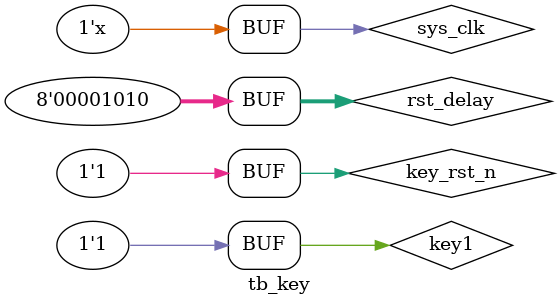
<source format=v>
`timescale 1ns / 1ps


module tb_key(

    );
    
parameter CLK_PERIOD = 20;    
reg sys_clk;
always #(CLK_PERIOD/2) sys_clk = ~sys_clk;

reg key1 = 1'd1;
wire  led1;

reg [7:0] rst_delay = 8'd10; 
reg led_rst_n = 1;
reg [7:0] led_rst_count = 0;
reg [1:0] led_mode = 2'd0;
    
reg key_rst_n = 1;    
wire key1_value;
reg key1_state_d = 0;
always @(posedge sys_clk) begin
    if (!led_rst_n) begin
        if (led_rst_count < rst_delay - 1) 
            led_rst_count <= led_rst_count + 1;
        else begin
            led_rst_count <= 0;
            led_rst_n <= 1;
            if (led_mode == 2'd3) 
                led_mode <= 2'd0;
            else
                led_mode <= led_mode + 1'b1;
        end
    end

    if (key1_state_d != key1_value) begin
        key1_state_d <= key1_value;
        if (key1_value)
            led_rst_n <= 0;
    end
end
    
initial begin
    sys_clk <= 1'b0;
    key1 <= 1'd1;
    
    #2000;
    key1 <= 1'd0;
    #2000;
    key1 <= 1'd1;
    
    #2000;
    key1 <= 1'd0;
    #2000;
    key1 <= 1'd1;
    
    #2000;
    key1 <= 1'd0;
    #2000;
    key1 <= 1'd1;
    
    #2000;
    key1 <= 1'd0;
    #2000;
    key1 <= 1'd1;
end 
    
LED u_led(
     .clk(sys_clk),
     .rst_n(led_rst_n),
     .mode(led_mode),
     .led(led1)
 );
 
 KEY u_key(
    .clk(sys_clk),
    .rst_n(key_rst_n),
    .key(key1),
    .KEY_value(key1_value)
);

endmodule

</source>
